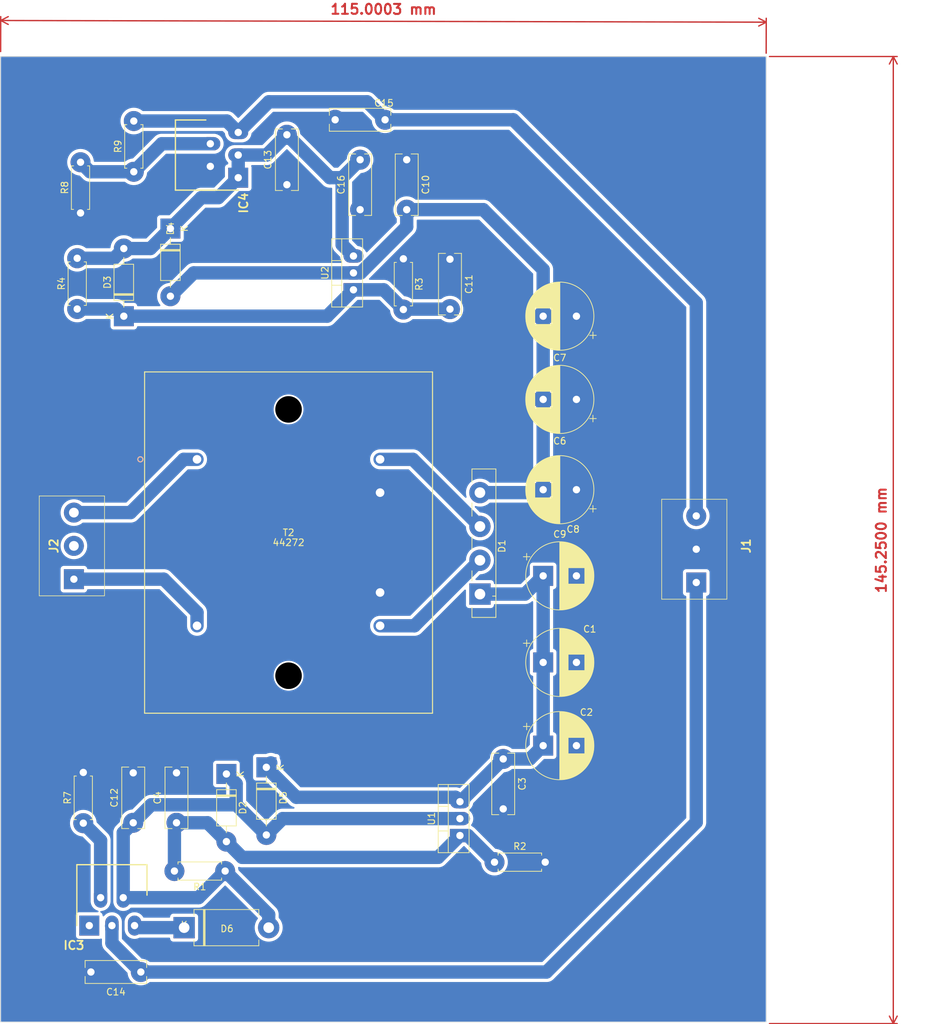
<source format=kicad_pcb>
(kicad_pcb (version 20240108) (generator "pcbnew") (generator_version "8.0")
  (layers (0 "F.Cu" signal) (31 "B.Cu" signal) (34 "B.Paste" user) (35 "F.Paste" user) (36 "B.SilkS" user "B.Silkscreen") (37 "F.SilkS" user "F.Silkscreen") (38 "B.Mask" user) (39 "F.Mask" user) (44 "Edge.Cuts" user))
  (net 0 "")
  (net 1 "Net-(D1-Pad3)")
  (net 2 "Net-(D1-+)")
  (net 3 "Net-(D1-Pad2)")
  (net 4 "Net-(D1--)")
  (net 5 "Net-(D2-A)")
  (net 6 "Net-(D2-K)")
  (net 7 "Net-(D3-K)")
  (net 8 "Net-(D3-A)")
  (net 9 "Net-(D6-K)")
  (net 11 "Net-(IC3-SET)")
  (net 12 "Net-(IC3-OUT)")
  (net 13 "GND")
  (net 14 "Net-(IC4-OUT)")
  (net 15 "Net-(IC4-SENSE{slash}ADJ)")
  (net 17 "Net-(J2-Pin_3)")
  (net 18 "Net-(J2-Pin_1)")
  (footprint "Capacitor_THT:CP_Radial_D10.0mm_P5.00mm" (layer "F.Cu") (at 106 117.5)
    (property "Reference" "C1" (at 7 -5 0) (layer "F.SilkS"))
    (property "Value" "1200u")
    (pad "1" thru_hole rect (at 0 0) (size 3 3) (drill 1.1) (layers "*.Cu" "*.Mask") (net 2 "Net-(D1-+)"))
    (pad "2" thru_hole oval (at 5 0) (size 2 2) (drill 1.1) (layers "*.Cu" "*.Mask") (net 13 "GND"))
  )
  (footprint "Package_TO_SOT_THT:TO-220-3_Vertical" (layer "F.Cu") (at 77.5 61.54 90)
    (property "Reference" "U2" (at 2.54 -4.27 90) (layer "F.SilkS"))
    (property "Value" "LM337_TO220")
    (pad "1" thru_hole rect (at 0 0 90) (size 2 3) (drill 1.1) (layers "*.Cu" "*.Mask") (net 7 "Net-(D3-K)"))
    (pad "2" thru_hole oval (at 2.54 0 90) (size 2 3) (drill 1.1) (layers "*.Cu" "*.Mask") (net 4 "Net-(D1--)"))
    (pad "3" thru_hole oval (at 5.08 0 90) (size 2 3) (drill 1.1) (layers "*.Cu" "*.Mask") (net 8 "Net-(D3-A)"))
  )
  (footprint "CTB0100_3_KiCad:CTB01003" (layer "F.Cu") (at 129 105.5 90)
    (property "Reference" "J1" (at 5.5 7.5 90) (layer "F.SilkS") (effects (font (size 1.27 1.27) (thickness 0.254))))
    (property "Value" "Conn_01x03_Socket" (hide yes))
    (pad "1" thru_hole rect (at 0 0 90) (size 3 3) (drill 1.1) (layers "*.Cu" "*.Mask") (net 12 "Net-(IC3-OUT)"))
    (pad "2" thru_hole oval (at 5 0 90) (size 3 3) (drill 1.1) (layers "*.Cu" "*.Mask") (net 13 "GND"))
    (pad "3" thru_hole oval (at 10 0 90) (size 3 3) (drill 1.1) (layers "*.Cu" "*.Mask") (net 14 "Net-(IC4-OUT)"))
  )
  (footprint "Resistor_THT:R_Axial_DIN0207_L6.3mm_D2.5mm_P7.62mm_Horizontal" (layer "F.Cu") (at 58.225 148.835 180)
    (property "Reference" "R1" (at 3.81 -2.37 0) (layer "F.SilkS"))
    (property "Value" "240")
    (pad "1" thru_hole oval (at 0 0 180) (size 3 3) (drill 1.1) (layers "*.Cu" "*.Mask") (net 6 "Net-(D2-K)"))
    (pad "2" thru_hole oval (at 7.62 0 180) (size 3 3) (drill 1.1) (layers "*.Cu" "*.Mask") (net 5 "Net-(D2-A)"))
  )
  (footprint "44272_footprints:44272" (layer "F.Cu") (at 54.000004 87.00007)
    (property "Reference" "T2" (at 13.749998 10.99993 0) (layer "F.SilkS"))
    (property "Value" "44272" (at 13.749998 12.49999 0) (layer "F.SilkS"))
    (pad "" np_thru_hole circle (at 13.749998 -7.50001) (size 3.9878 3.9878) (drill 3.9878) (layers))
    (pad "" np_thru_hole circle (at 13.749998 32.49995) (size 3.9878 3.9878) (drill 3.9878) (layers))
    (pad "1" thru_hole circle (at 0 0) (size 1.8034 1.8034) (drill 1.2954) (layers "*.Cu" "*.Mask") (net 17 "Net-(J2-Pin_3)"))
    (pad "5" thru_hole circle (at 0 24.99994) (size 1.8034 1.8034) (drill 1.2954) (layers "*.Cu" "*.Mask") (net 18 "Net-(J2-Pin_1)"))
    (pad "6" thru_hole circle (at 27.499996 24.99993) (size 1.8034 1.8034) (drill 1.2954) (layers "*.Cu" "*.Mask") (net 3 "Net-(D1-Pad2)"))
    (pad "7" thru_hole circle (at 27.499996 19.99993) (size 1.8034 1.8034) (drill 1.2954) (layers "*.Cu" "*.Mask") (net 13 "GND"))
    (pad "9" thru_hole circle (at 27.499996 5.000051) (size 1.8034 1.8034) (drill 1.2954) (layers "*.Cu" "*.Mask") (net 13 "GND"))
    (pad "10" thru_hole circle (at 27.499996 0) (size 1.8034 1.8034) (drill 1.2954) (layers "*.Cu" "*.Mask") (net 1 "Net-(D1-Pad3)"))
  )
  (footprint "Capacitor_THT:C_Rect_L9.0mm_W3.2mm_P7.50mm_MKT" (layer "F.Cu") (at 50.915 141.585 90)
    (property "Reference" "C4" (at 3.75 -2.85 90) (layer "F.SilkS"))
    (property "Value" "10u")
    (pad "1" thru_hole oval (at 0 0 90) (size 3 3) (drill 1.1) (layers "*.Cu" "*.Mask") (net 5 "Net-(D2-A)"))
    (pad "2" thru_hole oval (at 7.5 0 90) (size 2 2) (drill 1.1) (layers "*.Cu" "*.Mask") (net 13 "GND"))
  )
  (footprint "LT3080:TO170P457X1022X2306-5P" (layer "F.Cu") (at 37.815 157.026)
    (property "Reference" "IC3" (at -2.315 2.974 0) (layer "F.SilkS") (effects (font (size 1.27 1.27) (thickness 0.254))))
    (property "Value" "LT3080IT#PBF" (hide yes))
    (pad "1" thru_hole rect (at 0 0) (size 3 3) (drill 1.1) (layers "*.Cu" "*.Mask"))
    (pad "2" thru_hole oval (at 1.7 -4.191) (size 2 3) (drill 1.1) (layers "*.Cu" "*.Mask") (net 11 "Net-(IC3-SET)"))
    (pad "3" thru_hole oval (at 3.4 0) (size 2 3) (drill 1.1) (layers "*.Cu" "*.Mask") (net 12 "Net-(IC3-OUT)"))
    (pad "4" thru_hole oval (at 5.1 -4.191) (size 2 3) (drill 1.1) (layers "*.Cu" "*.Mask") (net 6 "Net-(D2-K)"))
    (pad "5" thru_hole oval (at 6.8 0) (size 2 3) (drill 1.1) (layers "*.Cu" "*.Mask") (net 9 "Net-(D6-K)"))
  )
  (footprint "Capacitor_THT:CP_Radial_D10.0mm_P5.00mm" (layer "F.Cu") (at 111 91.56 180)
    (property "Reference" "C8" (at 0.5 -5.94 0) (layer "F.SilkS"))
    (property "Value" "1200u")
    (pad "1" thru_hole rect (at 0 0 180) (size 3 3) (drill 1.1) (layers "*.Cu" "*.Mask") (net 13 "GND"))
    (pad "2" thru_hole oval (at 5 0 180) (size 3 3) (drill 1.1) (layers "*.Cu" "*.Mask") (net 4 "Net-(D1--)"))
  )
  (footprint "CTB0100_3_KiCad:CTB01003" (layer "F.Cu") (at 35.5 105 90)
    (property "Reference" "J2" (at 5 -3 90) (layer "F.SilkS") (effects (font (size 1.27 1.27) (thickness 0.254))))
    (property "Value" "Conn_01x03_Socket" (hide yes))
    (pad "1" thru_hole rect (at 0 0 90) (size 3 3) (drill 1.1) (layers "*.Cu" "*.Mask") (net 18 "Net-(J2-Pin_1)"))
    (pad "2" thru_hole circle (at 5 0 90) (size 3 3) (drill 1.47) (layers "*.Cu" "*.Mask"))
    (pad "3" thru_hole circle (at 10 0 90) (size 3 3) (drill 1.47) (layers "*.Cu" "*.Mask") (net 17 "Net-(J2-Pin_3)"))
  )
  (footprint "Capacitor_THT:CP_Radial_D10.0mm_P5.00mm" (layer "F.Cu") (at 111 78 180)
    (property "Reference" "C6" (at 2.5 -6.25 0) (layer "F.SilkS"))
    (property "Value" "1200u")
    (pad "1" thru_hole rect (at 0 0 180) (size 3 3) (drill 1.1) (layers "*.Cu" "*.Mask") (net 13 "GND"))
    (pad "2" thru_hole oval (at 5 0 180) (size 3 3) (drill 1.1) (layers "*.Cu" "*.Mask") (net 4 "Net-(D1--)"))
  )
  (footprint "Resistor_THT:R_Axial_DIN0207_L6.3mm_D2.5mm_P7.62mm_Horizontal" (layer "F.Cu") (at 36 64.42 90)
    (property "Reference" "R4" (at 3.81 -2.37 90) (layer "F.SilkS"))
    (property "Value" "240")
    (pad "1" thru_hole oval (at 0 0 90) (size 3 3) (drill 1.1) (layers "*.Cu" "*.Mask") (net 7 "Net-(D3-K)"))
    (pad "2" thru_hole oval (at 7.62 0 90) (size 3 3) (drill 1.1) (layers "*.Cu" "*.Mask") (net 8 "Net-(D3-A)"))
  )
  (footprint "Package_TO_SOT_THT:TO-220-3_Vertical" (layer "F.Cu") (at 93.5 143.5 90)
    (property "Reference" "U1" (at 2.54 -4.27 90) (layer "F.SilkS"))
    (property "Value" "LM317_TO-220")
    (pad "1" thru_hole rect (at 0 0 90) (size 2 3) (drill 1.1) (layers "*.Cu" "*.Mask") (net 5 "Net-(D2-A)"))
    (pad "2" thru_hole oval (at 2.54 0 90) (size 2 3) (drill 1.1) (layers "*.Cu" "*.Mask") (net 6 "Net-(D2-K)"))
    (pad "3" thru_hole oval (at 5.08 0 90) (size 2 3) (drill 1.1) (layers "*.Cu" "*.Mask") (net 2 "Net-(D1-+)"))
  )
  (footprint "Capacitor_THT:C_Rect_L9.0mm_W3.2mm_P7.50mm_MKT" (layer "F.Cu") (at 78.5 49.5 90)
    (property "Reference" "C16" (at 3.75 -2.85 90) (layer "F.SilkS"))
    (property "Value" "10u")
    (pad "1" thru_hole oval (at 0 0 90) (size 3 3) (drill 1.1) (layers "*.Cu" "*.Mask") (net 13 "GND"))
    (pad "2" thru_hole oval (at 7.5 0 90) (size 3 3) (drill 1.1) (layers "*.Cu" "*.Mask") (net 8 "Net-(D3-A)"))
  )
  (footprint "Resistor_THT:R_Axial_DIN0207_L6.3mm_D2.5mm_P7.62mm_Horizontal" (layer "F.Cu") (at 98.69 147.5)
    (property "Reference" "R2" (at 3.81 -2.37 0) (layer "F.SilkS"))
    (property "Value" "1k")
    (pad "1" thru_hole oval (at 0 0) (size 3 3) (drill 1.1) (layers "*.Cu" "*.Mask") (net 5 "Net-(D2-A)"))
    (pad "2" thru_hole oval (at 7.62 0) (size 3 3) (drill 1.1) (layers "*.Cu" "*.Mask") (net 13 "GND"))
  )
  (footprint "Diode_THT:D_DO-41_SOD81_P10.16mm_Horizontal" (layer "F.Cu") (at 58.415 134.255 -90)
    (property "Reference" "D2" (at 5.08 -2.47 90) (layer "F.SilkS"))
    (property "Value" "1N4002")
    (fp_text user "K" (at 0 -2.1 90) (layer "F.SilkS"))
    (pad "1" thru_hole rect (at 0 0 270) (size 3 3) (drill 1.1) (layers "*.Cu" "*.Mask") (net 6 "Net-(D2-K)"))
    (pad "2" thru_hole oval (at 10.16 0 270) (size 3 3) (drill 1.1) (layers "*.Cu" "*.Mask") (net 5 "Net-(D2-A)"))
  )
  (footprint "LT3015:TO170P457X1022X2306-5P" (layer "F.Cu") (at 60.191 44.7 90)
    (property "Reference" "IC4" (at -3.8 0.809 90) (layer "F.SilkS") (effects (font (size 1.27 1.27) (thickness 0.254))))
    (property "Value" "LT3015ET#PBF" (hide yes))
    (pad "1" thru_hole rect (at 0 0 90) (size 3 3) (drill 1.1) (layers "*.Cu" "*.Mask") (net 8 "Net-(D3-A)"))
    (pad "2" thru_hole oval (at 1.7 -4.191 90) (size 2 3) (drill 1.1) (layers "*.Cu" "*.Mask") (net 13 "GND"))
    (pad "3" thru_hole oval (at 3.4 0 90) (size 2 3) (drill 1.1) (layers "*.Cu" "*.Mask") (net 8 "Net-(D3-A)"))
    (pad "4" thru_hole oval (at 5.1 -4.191 90) (size 2 3) (drill 1.1) (layers "*.Cu" "*.Mask") (net 15 "Net-(IC4-SENSE{slash}ADJ)"))
    (pad "5" thru_hole oval (at 6.8 0 90) (size 2 3) (drill 1.1) (layers "*.Cu" "*.Mask") (net 14 "Net-(IC4-OUT)"))
  )
  (footprint "Capacitor_THT:CP_Radial_D10.0mm_P5.00mm" (layer "F.Cu") (at 111 65.5 180)
    (property "Reference" "C7" (at 2.5 -6.25 0) (layer "F.SilkS"))
    (property "Value" "1200u")
    (pad "1" thru_hole rect (at 0 0 180) (size 3 3) (drill 1.1) (layers "*.Cu" "*.Mask") (net 13 "GND"))
    (pad "2" thru_hole oval (at 5 0 180) (size 3 3) (drill 1.1) (layers "*.Cu" "*.Mask") (net 4 "Net-(D1--)"))
  )
  (footprint "Capacitor_THT:C_Rect_L9.0mm_W3.2mm_P7.50mm_MKT" (layer "F.Cu") (at 85.5 42 -90)
    (property "Reference" "C10" (at 3.75 -2.85 90) (layer "F.SilkS"))
    (property "Value" "0.1u")
    (pad "1" thru_hole oval (at 0 0 270) (size 3 3) (drill 1.1) (layers "*.Cu" "*.Mask") (net 13 "GND"))
    (pad "2" thru_hole oval (at 7.5 0 270) (size 3 3) (drill 1.1) (layers "*.Cu" "*.Mask") (net 4 "Net-(D1--)"))
  )
  (footprint "Resistor_THT:R_Axial_DIN0207_L6.3mm_D2.5mm_P7.62mm_Horizontal" (layer "F.Cu") (at 44.5 43.81 90)
    (property "Reference" "R9" (at 3.81 -2.37 90) (layer "F.SilkS"))
    (property "Value" "37.4k")
    (pad "1" thru_hole oval (at 0 0 90) (size 3 3) (drill 1.1) (layers "*.Cu" "*.Mask") (net 15 "Net-(IC4-SENSE{slash}ADJ)"))
    (pad "2" thru_hole oval (at 7.62 0 90) (size 3 3) (drill 1.1) (layers "*.Cu" "*.Mask") (net 14 "Net-(IC4-OUT)"))
  )
  (footprint "Capacitor_THT:CP_Radial_D10.0mm_P5.00mm" (layer "F.Cu") (at 106 104.5)
    (property "Reference" "C9" (at 2.5 -6.25 0) (layer "F.SilkS"))
    (property "Value" "1200u")
    (pad "1" thru_hole rect (at 0 0) (size 3 3) (drill 1.1) (layers "*.Cu" "*.Mask") (net 2 "Net-(D1-+)"))
    (pad "2" thru_hole oval (at 5 0) (size 2 2) (drill 1.1) (layers "*.Cu" "*.Mask") (net 13 "GND"))
  )
  (footprint "Capacitor_THT:C_Rect_L9.0mm_W3.2mm_P7.50mm_MKT" (layer "F.Cu") (at 74.75 36)
    (property "Reference" "C15" (at 7.33 -2.5 0) (layer "F.SilkS"))
    (property "Value" "10u")
    (pad "1" thru_hole oval (at 0 0) (size 3 3) (drill 1.1) (layers "*.Cu" "*.Mask") (net 13 "GND"))
    (pad "2" thru_hole oval (at 7.5 0) (size 3 3) (drill 1.1) (layers "*.Cu" "*.Mask") (net 14 "Net-(IC4-OUT)"))
  )
  (footprint "Diode_THT:D_DO-41_SOD81_P10.16mm_Horizontal" (layer "F.Cu") (at 43 65.5 90)
    (property "Reference" "D3" (at 5.08 -2.47 90) (layer "F.SilkS"))
    (property "Value" "1N4002")
    (fp_text user "K" (at 0 -2.1 90) (layer "F.SilkS"))
    (pad "1" thru_hole rect (at 0 0 90) (size 3 3) (drill 1.1) (layers "*.Cu" "*.Mask") (net 7 "Net-(D3-K)"))
    (pad "2" thru_hole oval (at 10.16 0 90) (size 3 3) (drill 1.1) (layers "*.Cu" "*.Mask") (net 8 "Net-(D3-A)"))
  )
  (footprint "Resistor_THT:R_Axial_DIN0207_L6.3mm_D2.5mm_P7.62mm_Horizontal" (layer "F.Cu") (at 36.915 141.645 90)
    (property "Reference" "R7" (at 3.81 -2.37 90) (layer "F.SilkS"))
    (property "Value" "500k")
    (pad "1" thru_hole oval (at 0 0 90) (size 3 3) (drill 1.1) (layers "*.Cu" "*.Mask") (net 11 "Net-(IC3-SET)"))
    (pad "2" thru_hole oval (at 7.62 0 90) (size 3 3) (drill 1.1) (layers "*.Cu" "*.Mask") (net 13 "GND"))
  )
  (footprint "Diode_THT:D_DO-41_SOD81_P10.16mm_Horizontal" (layer "F.Cu") (at 50 52.34 -90)
    (property "Reference" "D4" (at 0 0 90) (layer "F.SilkS"))
    (property "Value" "1N4002")
    (fp_text user "K" (at 0 -2.1 90) (layer "F.SilkS"))
    (pad "1" thru_hole rect (at 0 0 270) (size 3 3) (drill 1.1) (layers "*.Cu" "*.Mask") (net 8 "Net-(D3-A)"))
    (pad "2" thru_hole oval (at 10.16 0 270) (size 3 3) (drill 1.1) (layers "*.Cu" "*.Mask") (net 4 "Net-(D1--)"))
  )
  (footprint "Resistor_THT:R_Axial_DIN0207_L6.3mm_D2.5mm_P7.62mm_Horizontal" (layer "F.Cu") (at 36.5 50 90)
    (property "Reference" "R8" (at 3.81 -2.37 90) (layer "F.SilkS"))
    (property "Value" "12.1k")
    (pad "1" thru_hole oval (at 0 0 90) (size 3 3) (drill 1.1) (layers "*.Cu" "*.Mask") (net 13 "GND"))
    (pad "2" thru_hole oval (at 7.62 0 90) (size 3 3) (drill 1.1) (layers "*.Cu" "*.Mask") (net 15 "Net-(IC4-SENSE{slash}ADJ)"))
  )
  (footprint "Capacitor_THT:C_Rect_L9.0mm_W3.2mm_P7.50mm_MKT" (layer "F.Cu") (at 44.415 141.585 90)
    (property "Reference" "C12" (at 3.75 -2.85 90) (layer "F.SilkS"))
    (property "Value" "1u")
    (pad "1" thru_hole oval (at 0 0 90) (size 3 3) (drill 1.1) (layers "*.Cu" "*.Mask") (net 6 "Net-(D2-K)"))
    (pad "2" thru_hole oval (at 7.5 0 90) (size 3 3) (drill 1.1) (layers "*.Cu" "*.Mask") (net 13 "GND"))
  )
  (footprint "Diode_THT:D_DO-41_SOD81_P10.16mm_Horizontal" (layer "F.Cu") (at 64.415 133.255 -90)
    (property "Reference" "D5" (at 4.58 -2.53 90) (layer "F.SilkS"))
    (property "Value" "1N4002")
    (fp_text user "K" (at 0 -2.1 90) (layer "F.SilkS"))
    (pad "1" thru_hole rect (at 0 0 270) (size 3 3) (drill 1.1) (layers "*.Cu" "*.Mask") (net 2 "Net-(D1-+)"))
    (pad "2" thru_hole oval (at 10.16 0 270) (size 3 3) (drill 1.1) (layers "*.Cu" "*.Mask") (net 6 "Net-(D2-K)"))
  )
  (footprint "Resistor_THT:R_Axial_DIN0207_L6.3mm_D2.5mm_P7.62mm_Horizontal" (layer "F.Cu") (at 85 56.88 -90)
    (property "Reference" "R3" (at 3.81 -2.37 90) (layer "F.SilkS"))
    (property "Value" "820")
    (pad "1" thru_hole oval (at 0 0 270) (size 3 3) (drill 1.1) (layers "*.Cu" "*.Mask") (net 13 "GND"))
    (pad "2" thru_hole oval (at 7.62 0 270) (size 3 3) (drill 1.1) (layers "*.Cu" "*.Mask") (net 7 "Net-(D3-K)"))
  )
  (footprint "Capacitor_THT:CP_Radial_D10.0mm_P5.00mm" (layer "F.Cu") (at 106 130)
    (property "Reference" "C2" (at 6.5 -5 0) (layer "F.SilkS"))
    (property "Value" "1200u")
    (pad "1" thru_hole rect (at 0 0) (size 3 3) (drill 1.1) (layers "*.Cu" "*.Mask") (net 2 "Net-(D1-+)"))
    (pad "2" thru_hole oval (at 5 0) (size 2 2) (drill 1.1) (layers "*.Cu" "*.Mask") (net 13 "GND"))
  )
  (footprint "Capacitor_THT:C_Rect_L9.0mm_W3.2mm_P7.50mm_MKT" (layer "F.Cu") (at 92 56.94 -90)
    (property "Reference" "C11" (at 3.75 -2.85 90) (layer "F.SilkS"))
    (property "Value" "10u")
    (pad "1" thru_hole oval (at 0 0 270) (size 3 3) (drill 1.1) (layers "*.Cu" "*.Mask") (net 13 "GND"))
    (pad "2" thru_hole oval (at 7.5 0 270) (size 3 3) (drill 1.1) (layers "*.Cu" "*.Mask") (net 7 "Net-(D3-K)"))
  )
  (footprint "Capacitor_THT:C_Rect_L9.0mm_W3.2mm_P7.50mm_MKT" (layer "F.Cu") (at 45.56 164 180)
    (property "Reference" "C14" (at 3.75 -3 0) (layer "F.SilkS"))
    (property "Value" "2.2u")
    (pad "1" thru_hole oval (at 0 0 180) (size 3 3) (drill 1.1) (layers "*.Cu" "*.Mask") (net 12 "Net-(IC3-OUT)"))
    (pad "2" thru_hole oval (at 7.5 0 180) (size 3 3) (drill 1.1) (layers "*.Cu" "*.Mask") (net 13 "GND"))
  )
  (footprint "Capacitor_THT:C_Rect_L9.0mm_W3.2mm_P7.50mm_MKT" (layer "F.Cu") (at 100 132 -90)
    (property "Reference" "C3" (at 3.75 -2.85 90) (layer "F.SilkS"))
    (property "Value" "0.1u")
    (pad "1" thru_hole oval (at 0 0 270) (size 3 3) (drill 1.1) (layers "*.Cu" "*.Mask") (net 2 "Net-(D1-+)"))
    (pad "2" thru_hole oval (at 7.5 0 270) (size 3 3) (drill 1.1) (layers "*.Cu" "*.Mask") (net 13 "GND"))
  )
  (footprint "Capacitor_THT:C_Rect_L9.0mm_W3.2mm_P7.50mm_MKT" (layer "F.Cu") (at 67.5 45.75 90)
    (property "Reference" "C13" (at 3.75 -2.85 90) (layer "F.SilkS"))
    (property "Value" "1u")
    (pad "1" thru_hole oval (at 0 0 90) (size 3 3) (drill 1.1) (layers "*.Cu" "*.Mask") (net 13 "GND"))
    (pad "2" thru_hole oval (at 7.5 0 90) (size 3 3) (drill 1.1) (layers "*.Cu" "*.Mask") (net 8 "Net-(D3-A)"))
  )
  (footprint "Diode_THT:D_DO-201AD_P12.70mm_Horizontal" (layer "F.Cu") (at 52.065 157.335)
    (property "Reference" "D6" (at 6.435 0.165 0) (layer "F.SilkS"))
    (property "Value" "SB560")
    (fp_text user "K" (at 0 -0.41 0) (layer "F.SilkS"))
    (pad "1" thru_hole rect (at 0 0) (size 3.2 3.2) (drill 1.6) (layers "*.Cu" "*.Mask") (net 9 "Net-(D6-K)"))
    (pad "2" thru_hole oval (at 12.7 0) (size 3.2 3.2) (drill 1.6) (layers "*.Cu" "*.Mask") (net 6 "Net-(D2-K)"))
  )
  (footprint "Diode_THT:Diode_Bridge_Vishay_GBU" (layer "F.Cu") (at 96.5 107.24 90)
    (property "Reference" "D1" (at 7.2 3.3 90) (layer "F.SilkS"))
    (property "Value" "GBU4067")
    (pad "1" thru_hole rect (at 0 0 90) (size 3.2 3.2) (drill 1.6) (layers "*.Cu" "*.Mask") (net 2 "Net-(D1-+)"))
    (pad "2" thru_hole circle (at 5.08 0 90) (size 3.2 3.2) (drill 1.6) (layers "*.Cu" "*.Mask") (net 3 "Net-(D1-Pad2)"))
    (pad "3" thru_hole circle (at 10.16 0 90) (size 3.2 3.2) (drill 1.6) (layers "*.Cu" "*.Mask") (net 1 "Net-(D1-Pad3)"))
    (pad "4" thru_hole circle (at 15.24 0 90) (size 3.2 3.2) (drill 1.6) (layers "*.Cu" "*.Mask") (net 4 "Net-(D1--)"))
  )
  (gr_rect (start 24.5 26.5) (end 139.5 171.5) (stroke (width 0.1)) (fill none) (layer "Edge.Cuts"))
  (dimension (type aligned) (layer "F.Cu") (pts (xy 24.5 26.25) (xy 139.5 26.5)) (height -5.160253) (gr_text "115.0003 mm" (at 82.015131 19.414763 359.8754442) (layer "F.Cu") (effects (font (size 1.5 1.5) (thickness 0.3)))) (format (prefix "") (suffix "") (units 3) (units_format 1) (precision 4)) (style (thickness 0.2) (arrow_length 1.27) (text_position_mode 0) (extension_height 0.58642) (extension_offset 0.5) keep_text_aligned))
  (dimension (type aligned) (layer "F.Cu") (pts (xy 139.5 26.5) (xy 139.5 171.75)) (height -19.1) (gr_text "145.2500 mm" (at 156.8 99.125 90) (layer "F.Cu") (effects (font (size 1.5 1.5) (thickness 0.3)))) (format (prefix "") (suffix "") (units 3) (units_format 1) (precision 4)) (style (thickness 0.2) (arrow_length 1.27) (text_position_mode 0) (extension_height 0.58642) (extension_offset 0.5) keep_text_aligned))
  (segment (start 86.42007 87.00007) (end 96.5 97.08) (width 2) (layer "B.Cu") (net 1))
  (segment (start 81.5 87.00007) (end 86.42007 87.00007) (width 2) (layer "B.Cu") (net 1))
  (segment (start 100 132) (end 104 132) (width 2) (layer "B.Cu") (net 2))
  (segment (start 92.835 137.755) (end 68.915 137.755) (width 2) (layer "B.Cu") (net 2))
  (segment (start 65.085 132.585) (end 64.415 133.255) (width 2) (layer "B.Cu") (net 2))
  (segment (start 106 117.5) (end 106 130) (width 2) (layer "B.Cu") (net 2))
  (segment (start 68.915 137.755) (end 64.415 133.255) (width 2) (layer "B.Cu") (net 2))
  (segment (start 93.5 138.42) (end 92.835 137.755) (width 2) (layer "B.Cu") (net 2))
  (segment (start 103.26 107.24) (end 106 104.5) (width 2) (layer "B.Cu") (net 2))
  (segment (start 96.5 107.24) (end 103.26 107.24) (width 2) (layer "B.Cu") (net 2))
  (segment (start 93.58 138.42) (end 100 132) (width 2) (layer "B.Cu") (net 2))
  (segment (start 106 104.5) (end 106 117.5) (width 2) (layer "B.Cu") (net 2))
  (segment (start 93.5 138.42) (end 93.58 138.42) (width 2) (layer "B.Cu") (net 2))
  (segment (start 104 132) (end 106 130) (width 2) (layer "B.Cu") (net 2))
  (segment (start 81.5 112) (end 86.66 112) (width 2) (layer "B.Cu") (net 3))
  (segment (start 86.66 112) (end 96.5 102.16) (width 2) (layer "B.Cu") (net 3))
  (segment (start 96.5 92) (end 105.56 92) (width 2) (layer "B.Cu") (net 4))
  (segment (start 106 58.5) (end 97 49.5) (width 2) (layer "B.Cu") (net 4))
  (segment (start 85.5 49.5) (end 85.5 52.07127) (width 2) (layer "B.Cu") (net 4))
  (segment (start 97 49.5) (end 85.5 49.5) (width 2) (layer "B.Cu") (net 4))
  (segment (start 53.5 59) (end 77.5 59) (width 2) (layer "B.Cu") (net 4))
  (segment (start 106 65.5) (end 106 58.5) (width 2) (layer "B.Cu") (net 4))
  (segment (start 50 62.5) (end 53.5 59) (width 2) (layer "B.Cu") (net 4))
  (segment (start 106 78) (end 106 65.5) (width 2) (layer "B.Cu") (net 4))
  (segment (start 85.5 52.07127) (end 78.57127 59) (width 2) (layer "B.Cu") (net 4))
  (segment (start 78.57127 59) (end 77.5 59) (width 2) (layer "B.Cu") (net 4))
  (segment (start 105.56 92) (end 106 91.56) (width 2) (layer "B.Cu") (net 4))
  (segment (start 106 91.56) (end 106 78) (width 2) (layer "B.Cu") (net 4))
  (segment (start 60.78 146.78) (end 58.415 144.415) (width 2) (layer "B.Cu") (net 5))
  (segment (start 50.605 148.835) (end 50.605 141.895) (width 2) (layer "B.Cu") (net 5))
  (segment (start 93.5 143.5) (end 94.69 143.5) (width 2) (layer "B.Cu") (net 5))
  (segment (start 50.915 141.585) (end 55.585 141.585) (width 2) (layer "B.Cu") (net 5))
  (segment (start 93.5 143.5) (end 90.22 146.78) (width 2) (layer "B.Cu") (net 5))
  (segment (start 90.22 146.78) (end 60.78 146.78) (width 2) (layer "B.Cu") (net 5))
  (segment (start 50.605 141.895) (end 50.915 141.585) (width 2) (layer "B.Cu") (net 5))
  (segment (start 55.585 141.585) (end 58.415 144.415) (width 2) (layer "B.Cu") (net 5))
  (segment (start 94.69 143.5) (end 98.69 147.5) (width 2) (layer "B.Cu") (net 5))
  (segment (start 64.765 157.335) (end 64.765 155.375) (width 2) (layer "B.Cu") (net 6))
  (segment (start 42.915 143.085) (end 44.415 141.585) (width 2) (layer "B.Cu") (net 6))
  (segment (start 66.87 140.96) (end 64.415 143.415) (width 2) (layer "B.Cu") (net 6))
  (segment (start 54.225 152.835) (end 58.225 148.835) (width 2) (layer "B.Cu") (net 6))
  (segment (start 42.915 152.835) (end 42.915 143.085) (width 2) (layer "B.Cu") (net 6))
  (segment (start 59.885 138.885) (end 59.885 135.725) (width 2) (layer "B.Cu") (net 6))
  (segment (start 59.885 135.725) (end 58.415 134.255) (width 2) (layer "B.Cu") (net 6))
  (segment (start 93.5 140.96) (end 66.87 140.96) (width 2) (layer "B.Cu") (net 6))
  (segment (start 59.885 138.885) (end 47.115 138.885) (width 2) (layer "B.Cu") (net 6))
  (segment (start 64.765 155.375) (end 58.225 148.835) (width 2) (layer "B.Cu") (net 6))
  (segment (start 64.415 143.415) (end 59.885 138.885) (width 2) (layer "B.Cu") (net 6))
  (segment (start 47.115 138.885) (end 44.415 141.585) (width 2) (layer "B.Cu") (net 6))
  (segment (start 42.915 152.835) (end 54.225 152.835) (width 2) (layer "B.Cu") (net 6))
  (segment (start 92 64.44) (end 85.06 64.44) (width 2) (layer "B.Cu") (net 7))
  (segment (start 91.94 64.5) (end 92 64.44) (width 2) (layer "B.Cu") (net 7))
  (segment (start 73.54 65.5) (end 77.5 61.54) (width 2) (layer "B.Cu") (net 7))
  (segment (start 43 65.5) (end 73.54 65.5) (width 2) (layer "B.Cu") (net 7))
  (segment (start 82.04 61.54) (end 85 64.5) (width 2) (layer "B.Cu") (net 7))
  (segment (start 85.06 64.44) (end 85 64.5) (width 2) (layer "B.Cu") (net 7))
  (segment (start 41.92 64.42) (end 43 65.5) (width 2) (layer "B.Cu") (net 7))
  (segment (start 36 64.42) (end 41.92 64.42) (width 2) (layer "B.Cu") (net 7))
  (segment (start 77.5 61.54) (end 82.04 61.54) (width 2) (layer "B.Cu") (net 7))
  (segment (start 41.54 56.8) (end 43 55.34) (width 2) (layer "B.Cu") (net 8))
  (segment (start 75.8 44.7) (end 73.95 44.7) (width 2) (layer "B.Cu") (net 8))
  (segment (start 60.191 45.2) (end 60.191 41.8) (width 2) (layer "B.Cu") (net 8))
  (segment (start 77.5 56.46) (end 75.8 54.76) (width 2) (layer "B.Cu") (net 8))
  (segment (start 36 56.8) (end 41.54 56.8) (width 2) (layer "B.Cu") (net 8))
  (segment (start 50 52.34) (end 54.64 47.7) (width 2) (layer "B.Cu") (net 8))
  (segment (start 60.191 41.3) (end 64.45 41.3) (width 2) (layer "B.Cu") (net 8))
  (segment (start 73.95 44.7) (end 67.5 38.25) (width 2) (layer "B.Cu") (net 8))
  (segment (start 43 55.34) (end 47 55.34) (width 2) (layer "B.Cu") (net 8))
  (segment (start 57.191 47.7) (end 60.191 44.7) (width 2) (layer "B.Cu") (net 8))
  (segment (start 47 55.34) (end 50 52.34) (width 2) (layer "B.Cu") (net 8))
  (segment (start 75.8 54.76) (end 75.8 44.7) (width 2) (layer "B.Cu") (net 8))
  (segment (start 54.64 47.7) (end 57.191 47.7) (width 2) (layer "B.Cu") (net 8))
  (segment (start 64.45 41.3) (end 67.5 38.25) (width 2) (layer "B.Cu") (net 8))
  (segment (start 75.8 44.7) (end 78.5 42) (width 2) (layer "B.Cu") (net 8))
  (segment (start 44.924 157.335) (end 44.615 157.026) (width 2) (layer "B.Cu") (net 9))
  (segment (start 52.065 157.335) (end 44.924 157.335) (width 2) (layer "B.Cu") (net 9))
  (segment (start 39.515 144.245) (end 36.915 141.645) (width 2) (layer "B.Cu") (net 11))
  (segment (start 39.515 152.835) (end 39.515 144.245) (width 2) (layer "B.Cu") (net 11))
  (segment (start 106.5 164) (end 129 141.5) (width 2) (layer "B.Cu") (net 12))
  (segment (start 45.56 164) (end 106.5 164) (width 2) (layer "B.Cu") (net 12))
  (segment (start 129 141.5) (end 129 105.5) (width 2) (layer "B.Cu") (net 12))
  (segment (start 41.165 157.076) (end 41.215 157.026) (width 2) (layer "B.Cu") (net 12))
  (segment (start 41.215 157.026) (end 41.215 159.655) (width 2) (layer "B.Cu") (net 12))
  (segment (start 41.215 159.655) (end 45.56 164) (width 2) (layer "B.Cu") (net 12))
  (segment (start 82.25 36) (end 79.55 33.3) (width 2) (layer "B.Cu") (net 14))
  (segment (start 129 63.5) (end 129 95.5) (width 2) (layer "B.Cu") (net 14))
  (segment (start 58.481 36.19) (end 44.5 36.19) (width 2) (layer "B.Cu") (net 14))
  (segment (start 60.191 37.9) (end 58.481 36.19) (width 2) (layer "B.Cu") (net 14))
  (segment (start 101.5 36) (end 129 63.5) (width 2) (layer "B.Cu") (net 14))
  (segment (start 64.791 33.3) (end 60.191 37.9) (width 2) (layer "B.Cu") (net 14))
  (segment (start 82.25 36) (end 101.5 36) (width 2) (layer "B.Cu") (net 14))
  (segment (start 79.55 33.3) (end 64.791 33.3) (width 2) (layer "B.Cu") (net 14))
  (segment (start 44.5 43.81) (end 37.93 43.81) (width 2) (layer "B.Cu") (net 15))
  (segment (start 48.71 39.6) (end 44.5 43.81) (width 2) (layer "B.Cu") (net 15))
  (segment (start 37.93 43.81) (end 36.5 42.38) (width 2) (layer "B.Cu") (net 15))
  (segment (start 56 39.6) (end 48.71 39.6) (width 2) (layer "B.Cu") (net 15))
  (segment (start 51.99993 87.00007) (end 44 95) (width 2) (layer "B.Cu") (net 17))
  (segment (start 54.000004 87.00007) (end 51.99993 87.00007) (width 2) (layer "B.Cu") (net 17))
  (segment (start 35.5 95) (end 44 95) (width 2) (layer "B.Cu") (net 17))
  (segment (start 54.000004 112.00001) (end 54.000004 110.00001) (width 2) (layer "B.Cu") (net 18))
  (segment (start 54.000004 110.00001) (end 48.999994 105) (width 2) (layer "B.Cu") (net 18))
  (segment (start 35.5 105) (end 48.999994 105) (width 2) (layer "B.Cu") (net 18))
  (zone (net 13) (net_name "GND") (layer "B.Cu") (connect_pads yes (clearance 0.5)) (min_thickness 0.25) (fill yes (thermal_gap 0.5) (thermal_bridge_width 0.5))
    (polygon (pts (xy 24.5 26.5) (xy 139.5 26.5) (xy 139.5 171.5) (xy 24.5 171.5)))
  )
)
</source>
